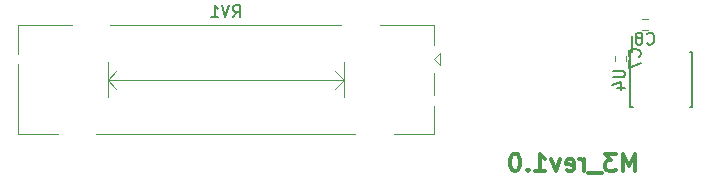
<source format=gbr>
G04 #@! TF.GenerationSoftware,KiCad,Pcbnew,5.0.2-bee76a0~70~ubuntu18.04.1*
G04 #@! TF.CreationDate,2019-02-02T17:17:24+01:00*
G04 #@! TF.ProjectId,roboy_sno,726f626f-795f-4736-9e6f-2e6b69636164,rev?*
G04 #@! TF.SameCoordinates,Original*
G04 #@! TF.FileFunction,Legend,Bot*
G04 #@! TF.FilePolarity,Positive*
%FSLAX46Y46*%
G04 Gerber Fmt 4.6, Leading zero omitted, Abs format (unit mm)*
G04 Created by KiCad (PCBNEW 5.0.2-bee76a0~70~ubuntu18.04.1) date Sa 02 Feb 2019 17:17:24 CET*
%MOMM*%
%LPD*%
G01*
G04 APERTURE LIST*
%ADD10C,0.300000*%
%ADD11C,0.120000*%
%ADD12C,0.150000*%
G04 APERTURE END LIST*
D10*
X134640000Y-138248571D02*
X134640000Y-136748571D01*
X134140000Y-137820000D01*
X133640000Y-136748571D01*
X133640000Y-138248571D01*
X133068571Y-136748571D02*
X132140000Y-136748571D01*
X132640000Y-137320000D01*
X132425714Y-137320000D01*
X132282857Y-137391428D01*
X132211428Y-137462857D01*
X132140000Y-137605714D01*
X132140000Y-137962857D01*
X132211428Y-138105714D01*
X132282857Y-138177142D01*
X132425714Y-138248571D01*
X132854285Y-138248571D01*
X132997142Y-138177142D01*
X133068571Y-138105714D01*
X131854285Y-138391428D02*
X130711428Y-138391428D01*
X130354285Y-138248571D02*
X130354285Y-137248571D01*
X130354285Y-137534285D02*
X130282857Y-137391428D01*
X130211428Y-137320000D01*
X130068571Y-137248571D01*
X129925714Y-137248571D01*
X128854285Y-138177142D02*
X128997142Y-138248571D01*
X129282857Y-138248571D01*
X129425714Y-138177142D01*
X129497142Y-138034285D01*
X129497142Y-137462857D01*
X129425714Y-137320000D01*
X129282857Y-137248571D01*
X128997142Y-137248571D01*
X128854285Y-137320000D01*
X128782857Y-137462857D01*
X128782857Y-137605714D01*
X129497142Y-137748571D01*
X128282857Y-137248571D02*
X127925714Y-138248571D01*
X127568571Y-137248571D01*
X126211428Y-138248571D02*
X127068571Y-138248571D01*
X126640000Y-138248571D02*
X126640000Y-136748571D01*
X126782857Y-136962857D01*
X126925714Y-137105714D01*
X127068571Y-137177142D01*
X125568571Y-138105714D02*
X125497142Y-138177142D01*
X125568571Y-138248571D01*
X125640000Y-138177142D01*
X125568571Y-138105714D01*
X125568571Y-138248571D01*
X124568571Y-136748571D02*
X124425714Y-136748571D01*
X124282857Y-136820000D01*
X124211428Y-136891428D01*
X124140000Y-137034285D01*
X124068571Y-137320000D01*
X124068571Y-137677142D01*
X124140000Y-137962857D01*
X124211428Y-138105714D01*
X124282857Y-138177142D01*
X124425714Y-138248571D01*
X124568571Y-138248571D01*
X124711428Y-138177142D01*
X124782857Y-138105714D01*
X124854285Y-137962857D01*
X124925714Y-137677142D01*
X124925714Y-137320000D01*
X124854285Y-137034285D01*
X124782857Y-136891428D01*
X124711428Y-136820000D01*
X124568571Y-136748571D01*
D11*
G04 #@! TO.C,RV1*
X117620000Y-125880000D02*
X113035000Y-125880000D01*
X109764000Y-125880000D02*
X90235000Y-125880000D01*
X86964000Y-125880000D02*
X82380000Y-125880000D01*
X117620000Y-135120000D02*
X114235000Y-135120000D01*
X110964000Y-135120000D02*
X89035000Y-135120000D01*
X85764000Y-135120000D02*
X82380000Y-135120000D01*
X117620000Y-125880000D02*
X117620000Y-127575000D01*
X117620000Y-129925000D02*
X117620000Y-131795000D01*
X117620000Y-132706000D02*
X117620000Y-135120000D01*
X82380000Y-125880000D02*
X82380000Y-128294000D01*
X82380000Y-129206000D02*
X82380000Y-135120000D01*
X117675000Y-128750000D02*
X118175000Y-128250000D01*
X118175000Y-128250000D02*
X118175000Y-129250000D01*
X118175000Y-129250000D02*
X117675000Y-128750000D01*
X110000000Y-130500000D02*
X90000000Y-130500000D01*
X110000000Y-129000000D02*
X110000000Y-132000000D01*
X109250000Y-129750000D02*
X110000000Y-130500000D01*
X110000000Y-130500000D02*
X109250000Y-131250000D01*
X90000000Y-129000000D02*
X90000000Y-132000000D01*
X90750000Y-129750000D02*
X90000000Y-130500000D01*
X90000000Y-130500000D02*
X90750000Y-131250000D01*
G04 #@! TO.C,C7*
X133870000Y-128450000D02*
X133870000Y-128950000D01*
X132930000Y-128950000D02*
X132930000Y-128450000D01*
G04 #@! TO.C,C8*
X135250000Y-125330000D02*
X135750000Y-125330000D01*
X135750000Y-126270000D02*
X135250000Y-126270000D01*
D12*
G04 #@! TO.C,U4*
X134255000Y-128165000D02*
X134380000Y-128165000D01*
X134255000Y-132815000D02*
X134480000Y-132815000D01*
X139505000Y-132815000D02*
X139280000Y-132815000D01*
X139505000Y-128165000D02*
X139280000Y-128165000D01*
X134255000Y-128165000D02*
X134255000Y-132815000D01*
X139505000Y-128165000D02*
X139505000Y-132815000D01*
X134380000Y-128165000D02*
X134380000Y-126815000D01*
G04 #@! TO.C,RV1*
X100595238Y-125202380D02*
X100928571Y-124726190D01*
X101166666Y-125202380D02*
X101166666Y-124202380D01*
X100785714Y-124202380D01*
X100690476Y-124250000D01*
X100642857Y-124297619D01*
X100595238Y-124392857D01*
X100595238Y-124535714D01*
X100642857Y-124630952D01*
X100690476Y-124678571D01*
X100785714Y-124726190D01*
X101166666Y-124726190D01*
X100309523Y-124202380D02*
X99976190Y-125202380D01*
X99642857Y-124202380D01*
X98785714Y-125202380D02*
X99357142Y-125202380D01*
X99071428Y-125202380D02*
X99071428Y-124202380D01*
X99166666Y-124345238D01*
X99261904Y-124440476D01*
X99357142Y-124488095D01*
G04 #@! TO.C,C7*
X135027142Y-128533333D02*
X135074761Y-128485714D01*
X135122380Y-128342857D01*
X135122380Y-128247619D01*
X135074761Y-128104761D01*
X134979523Y-128009523D01*
X134884285Y-127961904D01*
X134693809Y-127914285D01*
X134550952Y-127914285D01*
X134360476Y-127961904D01*
X134265238Y-128009523D01*
X134170000Y-128104761D01*
X134122380Y-128247619D01*
X134122380Y-128342857D01*
X134170000Y-128485714D01*
X134217619Y-128533333D01*
X134122380Y-128866666D02*
X134122380Y-129533333D01*
X135122380Y-129104761D01*
G04 #@! TO.C,C8*
X135666666Y-127427142D02*
X135714285Y-127474761D01*
X135857142Y-127522380D01*
X135952380Y-127522380D01*
X136095238Y-127474761D01*
X136190476Y-127379523D01*
X136238095Y-127284285D01*
X136285714Y-127093809D01*
X136285714Y-126950952D01*
X136238095Y-126760476D01*
X136190476Y-126665238D01*
X136095238Y-126570000D01*
X135952380Y-126522380D01*
X135857142Y-126522380D01*
X135714285Y-126570000D01*
X135666666Y-126617619D01*
X135095238Y-126950952D02*
X135190476Y-126903333D01*
X135238095Y-126855714D01*
X135285714Y-126760476D01*
X135285714Y-126712857D01*
X135238095Y-126617619D01*
X135190476Y-126570000D01*
X135095238Y-126522380D01*
X134904761Y-126522380D01*
X134809523Y-126570000D01*
X134761904Y-126617619D01*
X134714285Y-126712857D01*
X134714285Y-126760476D01*
X134761904Y-126855714D01*
X134809523Y-126903333D01*
X134904761Y-126950952D01*
X135095238Y-126950952D01*
X135190476Y-126998571D01*
X135238095Y-127046190D01*
X135285714Y-127141428D01*
X135285714Y-127331904D01*
X135238095Y-127427142D01*
X135190476Y-127474761D01*
X135095238Y-127522380D01*
X134904761Y-127522380D01*
X134809523Y-127474761D01*
X134761904Y-127427142D01*
X134714285Y-127331904D01*
X134714285Y-127141428D01*
X134761904Y-127046190D01*
X134809523Y-126998571D01*
X134904761Y-126950952D01*
G04 #@! TO.C,U4*
X132782380Y-129728095D02*
X133591904Y-129728095D01*
X133687142Y-129775714D01*
X133734761Y-129823333D01*
X133782380Y-129918571D01*
X133782380Y-130109047D01*
X133734761Y-130204285D01*
X133687142Y-130251904D01*
X133591904Y-130299523D01*
X132782380Y-130299523D01*
X133115714Y-131204285D02*
X133782380Y-131204285D01*
X132734761Y-130966190D02*
X133449047Y-130728095D01*
X133449047Y-131347142D01*
G04 #@! TD*
M02*

</source>
